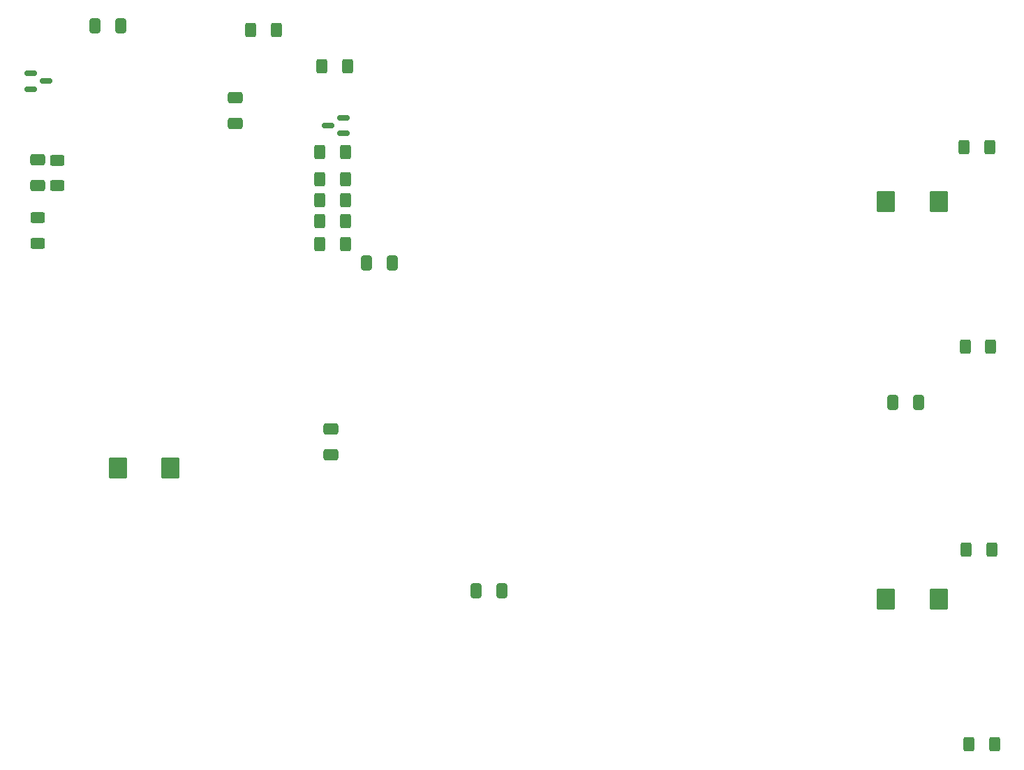
<source format=gbr>
G04 #@! TF.GenerationSoftware,KiCad,Pcbnew,9.0.3-9.0.3-0~ubuntu22.04.1*
G04 #@! TF.CreationDate,2025-08-22T11:52:41+02:00*
G04 #@! TF.ProjectId,CPU09US4,43505530-3955-4533-942e-6b696361645f,rev?*
G04 #@! TF.SameCoordinates,Original*
G04 #@! TF.FileFunction,Paste,Top*
G04 #@! TF.FilePolarity,Positive*
%FSLAX46Y46*%
G04 Gerber Fmt 4.6, Leading zero omitted, Abs format (unit mm)*
G04 Created by KiCad (PCBNEW 9.0.3-9.0.3-0~ubuntu22.04.1) date 2025-08-22 11:52:41*
%MOMM*%
%LPD*%
G01*
G04 APERTURE LIST*
G04 Aperture macros list*
%AMRoundRect*
0 Rectangle with rounded corners*
0 $1 Rounding radius*
0 $2 $3 $4 $5 $6 $7 $8 $9 X,Y pos of 4 corners*
0 Add a 4 corners polygon primitive as box body*
4,1,4,$2,$3,$4,$5,$6,$7,$8,$9,$2,$3,0*
0 Add four circle primitives for the rounded corners*
1,1,$1+$1,$2,$3*
1,1,$1+$1,$4,$5*
1,1,$1+$1,$6,$7*
1,1,$1+$1,$8,$9*
0 Add four rect primitives between the rounded corners*
20,1,$1+$1,$2,$3,$4,$5,0*
20,1,$1+$1,$4,$5,$6,$7,0*
20,1,$1+$1,$6,$7,$8,$9,0*
20,1,$1+$1,$8,$9,$2,$3,0*%
G04 Aperture macros list end*
%ADD10RoundRect,0.250001X0.872499X1.044999X-0.872499X1.044999X-0.872499X-1.044999X0.872499X-1.044999X0*%
%ADD11RoundRect,0.250001X-0.872499X-1.044999X0.872499X-1.044999X0.872499X1.044999X-0.872499X1.044999X0*%
%ADD12RoundRect,0.150000X0.587500X0.150000X-0.587500X0.150000X-0.587500X-0.150000X0.587500X-0.150000X0*%
%ADD13RoundRect,0.150000X-0.587500X-0.150000X0.587500X-0.150000X0.587500X0.150000X-0.587500X0.150000X0*%
%ADD14RoundRect,0.250000X-0.412500X-0.650000X0.412500X-0.650000X0.412500X0.650000X-0.412500X0.650000X0*%
%ADD15RoundRect,0.250000X0.412500X0.650000X-0.412500X0.650000X-0.412500X-0.650000X0.412500X-0.650000X0*%
%ADD16RoundRect,0.250000X0.400000X0.625000X-0.400000X0.625000X-0.400000X-0.625000X0.400000X-0.625000X0*%
%ADD17RoundRect,0.250000X0.650000X-0.412500X0.650000X0.412500X-0.650000X0.412500X-0.650000X-0.412500X0*%
%ADD18RoundRect,0.250000X-0.650000X0.412500X-0.650000X-0.412500X0.650000X-0.412500X0.650000X0.412500X0*%
%ADD19RoundRect,0.250000X-0.400000X-0.625000X0.400000X-0.625000X0.400000X0.625000X-0.400000X0.625000X0*%
%ADD20RoundRect,0.250000X-0.625000X0.400000X-0.625000X-0.400000X0.625000X-0.400000X0.625000X0.400000X0*%
G04 APERTURE END LIST*
D10*
X183326000Y-124333000D03*
X176911000Y-124333000D03*
X183326000Y-76073000D03*
X176911000Y-76073000D03*
D11*
X83755000Y-108458000D03*
X90170000Y-108458000D03*
D12*
X111125000Y-67818000D03*
X111125000Y-65918000D03*
X109250000Y-66868000D03*
D13*
X73182000Y-60518000D03*
X73182000Y-62418000D03*
X75057000Y-61468000D03*
D14*
X113969000Y-83566000D03*
X117094000Y-83566000D03*
D15*
X84151000Y-54737000D03*
X81026000Y-54737000D03*
D14*
X127215500Y-123317000D03*
X130340500Y-123317000D03*
D16*
X111405000Y-70104000D03*
X108305000Y-70104000D03*
X111405000Y-73406000D03*
X108305000Y-73406000D03*
X111405000Y-81280000D03*
X108305000Y-81280000D03*
X111405000Y-78486000D03*
X108305000Y-78486000D03*
D17*
X98044000Y-66586500D03*
X98044000Y-63461500D03*
D18*
X109601000Y-103682000D03*
X109601000Y-106807000D03*
X74041000Y-71043000D03*
X74041000Y-74168000D03*
D16*
X111659000Y-59690000D03*
X108559000Y-59690000D03*
D15*
X180886500Y-100457000D03*
X177761500Y-100457000D03*
D19*
X186436000Y-69469000D03*
X189536000Y-69469000D03*
X186563000Y-93726000D03*
X189663000Y-93726000D03*
D16*
X103023000Y-55245000D03*
X99923000Y-55245000D03*
D19*
X187019000Y-141986000D03*
X190119000Y-141986000D03*
D20*
X74041000Y-78053000D03*
X74041000Y-81153000D03*
X76454000Y-71068000D03*
X76454000Y-74168000D03*
D16*
X111405000Y-75946000D03*
X108305000Y-75946000D03*
D19*
X186690000Y-118364000D03*
X189790000Y-118364000D03*
M02*

</source>
